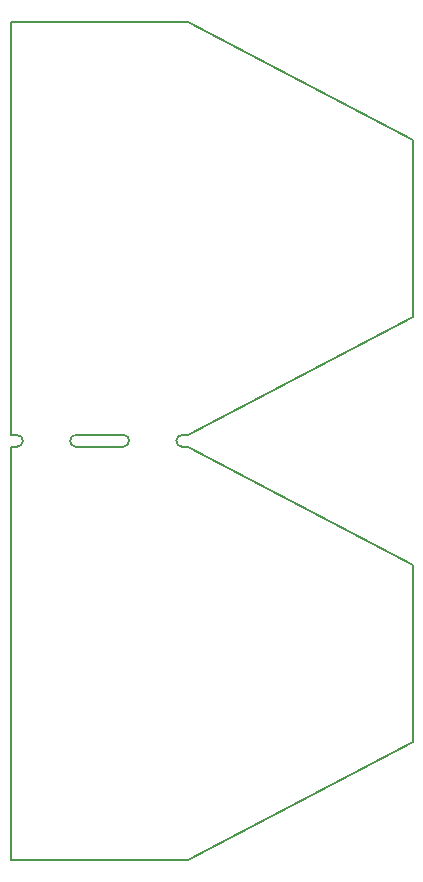
<source format=gbr>
%TF.GenerationSoftware,KiCad,Pcbnew,5.1.9+dfsg1-1~bpo10+1*%
%TF.CreationDate,2021-11-01T15:58:38+00:00*%
%TF.ProjectId,rack-ser-adapter,7261636b-2d73-4657-922d-616461707465,rev?*%
%TF.SameCoordinates,Original*%
%TF.FileFunction,Profile,NP*%
%FSLAX46Y46*%
G04 Gerber Fmt 4.6, Leading zero omitted, Abs format (unit mm)*
G04 Created by KiCad (PCBNEW 5.1.9+dfsg1-1~bpo10+1) date 2021-11-01 15:58:38*
%MOMM*%
%LPD*%
G01*
G04 APERTURE LIST*
%TA.AperFunction,Profile*%
%ADD10C,0.150000*%
%TD*%
G04 APERTURE END LIST*
D10*
X114500000Y-106000000D02*
G75*
G02*
X114500000Y-105000000I0J500000D01*
G01*
X100500000Y-106000000D02*
X100000000Y-106000000D01*
X100500000Y-105000000D02*
G75*
G02*
X100500000Y-106000000I0J-500000D01*
G01*
X105500000Y-106000000D02*
G75*
G02*
X105500000Y-105000000I0J500000D01*
G01*
X109500000Y-105000000D02*
G75*
G02*
X109500000Y-106000000I0J-500000D01*
G01*
X109500000Y-105000000D02*
X105500000Y-105000000D01*
X105500000Y-106000000D02*
X109500000Y-106000000D01*
X134000000Y-131000000D02*
X115000000Y-141000000D01*
X134000000Y-116000000D02*
X134000000Y-131000000D01*
X115000000Y-106000000D02*
X134000000Y-116000000D01*
X114500000Y-106000000D02*
X115000000Y-106000000D01*
X115000000Y-105000000D02*
X114500000Y-105000000D01*
X100000000Y-141000000D02*
X115000000Y-141000000D01*
X100000000Y-106000000D02*
X100000000Y-141000000D01*
X100000000Y-105000000D02*
X100500000Y-105000000D01*
X100000000Y-105000000D02*
X100000000Y-70000000D01*
X134000000Y-95000000D02*
X115000000Y-105000000D01*
X134000000Y-80000000D02*
X134000000Y-95000000D01*
X115000000Y-70000000D02*
X134000000Y-80000000D01*
X100000000Y-70000000D02*
X115000000Y-70000000D01*
M02*

</source>
